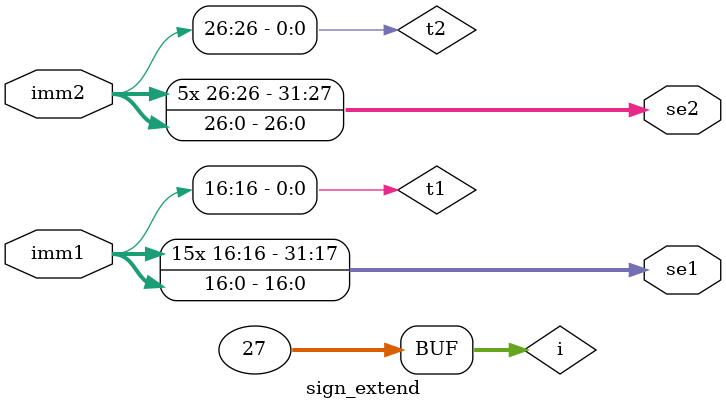
<source format=v>
`timescale 1ns / 1ps


module sign_extend(input [16:0] imm1, input [26:0] imm2, output reg [31:0] se1, se2);
    wire t1,t2;
    assign t1 = imm1[16];
    assign t2 = imm2[26];
    integer i;
    always @(*) begin
        for(i = 17; i<=31; i=i+1) se1[i] <= t1;
        for(i = 0; i<=16; i = i+1) se1[i] <= imm1[i];
        for(i = 27; i<=31; i=i+1) se2[i] <= t2;
        for(i = 0; i<=26; i = i+1) se2[i] <= imm2[i];
    end
endmodule

</source>
